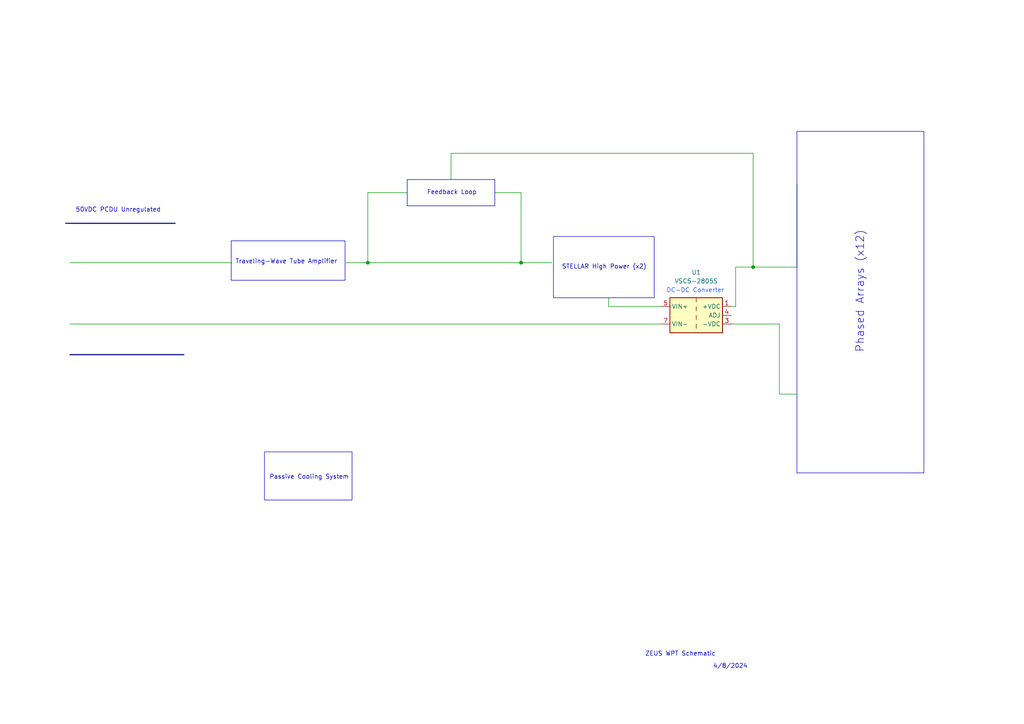
<source format=kicad_sch>
(kicad_sch (version 20231120) (generator "eeschema") (generator_version "8.0")
  (paper "A4")
  (lib_symbols
    (symbol "Converter_DCDC:Ag9905LP"
      (property "Reference" "U" (at -7.62 7.62 0))
      (property "Value" "Ag9905LP" (at 10.16 7.62 0))
      (symbol "Ag9905LP_0_1"
        (rectangle (start -7.62 5.08) (end 7.62 -5.08) (stroke (width 0.254)) (fill (type background)))
        (polyline (pts (xy 0 -2.54) (xy 0 -3.81)))
        (polyline (pts (xy 0 0) (xy 0 -1.27)))
        (polyline (pts (xy 0 2.54) (xy 0 1.27)))
        (polyline (pts (xy 0 5.08) (xy 0 3.81)))
      )
      (symbol "Ag9905LP_1_1"
        (pin power_out line (at 10.16 2.54 180) (length 2.54) (name "+VDC") (number "1"))
        (pin passive line (at 10.16 2.54 180) (length 2.54) hide (name "+VDC") (number "2"))
        (pin power_out line (at 10.16 -2.54 180) (length 2.54) (name "-VDC") (number "3"))
        (pin passive line (at 10.16 0 180) (length 2.54) (name "ADJ") (number "4"))
        (pin power_in line (at -10.16 2.54 0) (length 2.54) (name "VIN+") (number "5"))
        (pin passive line (at -10.16 2.54 0) (length 2.54) hide (name "VIN+") (number "6"))
        (pin power_in line (at -10.16 -2.54 0) (length 2.54) (name "VIN-") (number "7"))
        (pin passive line (at -10.16 -2.54 0) (length 2.54) hide (name "VIN-") (number "8"))
      )
    )
  )
  (junction (at 151.13 76.2))
  (junction (at 106.68 76.2))
  (junction (at 218.44 77.47))
  (wire (pts (xy 106.68 76.2) (xy 151.13 76.2)))
  (wire (pts (xy 218.44 77.47) (xy 231.14 77.47)))
  (wire (pts (xy 100.33 76.2) (xy 106.68 76.2)))
  (wire (pts (xy 20.32 76.2) (xy 67.31 76.2)))
  (wire (pts (xy 106.68 55.88) (xy 106.68 76.2)))
  (wire (pts (xy 218.44 44.45) (xy 130.81 44.45)))
  (bus (pts (xy 20.32 102.87) (xy 53.34 102.87)))
  (wire (pts (xy 218.44 77.47) (xy 218.44 44.45)))
  (wire (pts (xy 226.06 114.3) (xy 231.14 114.3)))
  (wire (pts (xy 226.06 93.98) (xy 226.06 114.3)))
  (wire (pts (xy 213.36 88.9) (xy 213.36 77.47)))
  (wire (pts (xy 213.36 88.9) (xy 212.09 88.9)))
  (wire (pts (xy 151.13 76.2) (xy 151.13 55.88)))
  (wire (pts (xy 176.53 86.36) (xy 176.53 88.9)))
  (wire (pts (xy 226.06 93.98) (xy 212.09 93.98)))
  (wire (pts (xy 231.14 77.47) (xy 231.14 53.34)))
  (wire (pts (xy 106.68 55.88) (xy 118.11 55.88)))
  (wire (pts (xy 143.51 55.88) (xy 151.13 55.88)))
  (wire (pts (xy 20.32 93.98) (xy 191.77 93.98)))
  (wire (pts (xy 130.81 44.45) (xy 130.81 52.07)))
  (wire (pts (xy 213.36 77.47) (xy 218.44 77.47)))
  (wire (pts (xy 151.13 76.2) (xy 160.02 76.2)))
  (bus (pts (xy 19.05 64.77) (xy 50.8 64.77)))
  (wire (pts (xy 176.53 88.9) (xy 191.77 88.9)))
  (rectangle (start 231.14 38.1) (end 267.97 137.16))
  (rectangle (start 67.056 69.85) (end 100.076 81.28))
  (rectangle (start 160.528 86.36) (end 189.738 68.58))
  (rectangle (start 118.11 52.07) (end 143.51 59.69))
  (rectangle (start 76.708 131.064) (end 102.108 145.034))
  (text "Passive Cooling System" (at 89.662 138.43 0) (effects (font (size 1.27 1.27))))
  (text "4/8/2024" (at 211.836 193.294 0) (effects (font (size 1.27 1.27))))
  (text "Traveling-Wave Tube Amplifier" (at 83.058 75.946 0) (effects (font (size 1.27 1.27))))
  (text "Feedback Loop\n" (at 131.064 55.88 0) (effects (font (size 1.27 1.27))))
  (text "DC-DC Converter" (at 201.676 84.328 0) (effects (font (size 1.27 1.27))))
  (text "50VDC PCDU Unregulated" (at 34.29 60.96 0) (effects (font (size 1.27 1.27))))
  (text "ZEUS WPT Schematic\n" (at 197.358 189.738 0) (effects (font (size 1.27 1.27))))
  (text "STELLAR High Power (x2)" (at 175.26 77.47 0) (effects (font (size 1.27 1.27))))
  (text "Phased Arrays (x12)" (at 249.428 84.582 90) (effects (font (size 2.286 2.286))))
  (symbol (lib_id "Converter_DCDC:Ag9905LP") (at 201.93 91.44 0) (unit 1)
    (property "Reference" "U1" (at 201.93 78.994 0))
    (property "Value" "VSC5-2805S" (at 201.93 81.534 0))
    (property "Footprint" "Converter_DCDC:Converter_DCDC_Silvertel_Ag99xxLP_THT" (effects (hide yes)))
    (property "Datasheet" "https://silvertel.com/images/datasheets/Ag9900M-datasheet-ultra-miniature-isolated-Power-over-Ethernet-POE-module.pdf" (effects (hide yes)))
    (property "Description" "Regulated 7W DC/DC PoE converter IEEE 802.3af, 36V-57V input, +5V Output Voltage, LP-DIL-8" (effects (hide yes)))
  )
)
</source>
